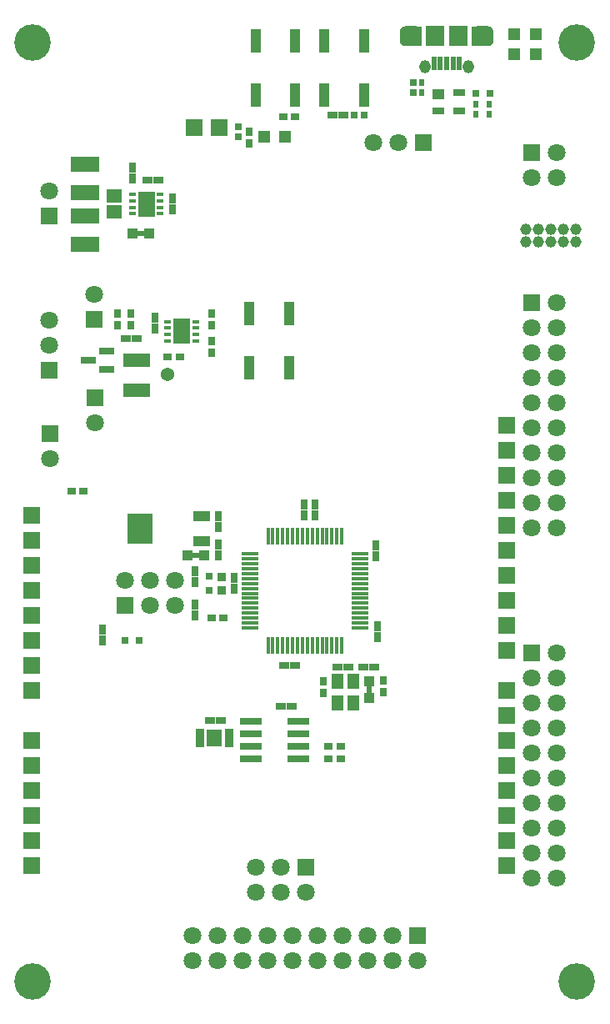
<source format=gts>
G04 Layer_Color=8388736*
%FSLAX43Y43*%
%MOMM*%
G71*
G01*
G75*
%ADD121R,0.510X0.900*%
%ADD122R,0.850X1.950*%
%ADD123R,0.900X0.510*%
%ADD124R,1.050X1.100*%
%ADD125R,0.500X1.450*%
%ADD126R,1.100X2.350*%
%ADD127C,1.370*%
%ADD128R,1.250X1.500*%
%ADD129R,1.700X1.100*%
%ADD130R,2.600X3.100*%
%ADD131R,1.550X1.750*%
%ADD132R,0.850X0.450*%
%ADD133R,0.775X0.450*%
%ADD134R,1.800X2.600*%
%ADD135O,0.400X1.750*%
%ADD136O,1.750X0.400*%
%ADD137R,2.300X0.700*%
%ADD138R,1.500X0.700*%
%ADD139R,1.300X1.300*%
%ADD140R,1.200X1.100*%
%ADD141R,1.200X0.700*%
%ADD142R,0.800X0.800*%
%ADD143R,2.900X1.500*%
%ADD144R,0.750X0.900*%
%ADD145R,2.800X1.350*%
%ADD146R,1.600X1.450*%
%ADD147R,1.000X0.700*%
%ADD148R,1.100X1.050*%
%ADD149R,0.700X1.000*%
%ADD150R,0.862X0.862*%
%ADD151R,0.900X0.750*%
%ADD152R,0.700X0.650*%
%ADD153R,0.650X0.700*%
%ADD154R,0.600X0.750*%
%ADD155R,1.300X1.300*%
%ADD156R,0.800X0.800*%
%ADD157R,1.900X2.000*%
G04:AMPARAMS|DCode=158|XSize=1.15mm|YSize=1.35mm|CornerRadius=0.575mm|HoleSize=0mm|Usage=FLASHONLY|Rotation=180.000|XOffset=0mm|YOffset=0mm|HoleType=Round|Shape=RoundedRectangle|*
%AMROUNDEDRECTD158*
21,1,1.150,0.200,0,0,180.0*
21,1,0.000,1.350,0,0,180.0*
1,1,1.150,0.000,0.100*
1,1,1.150,0.000,0.100*
1,1,1.150,0.000,-0.100*
1,1,1.150,0.000,-0.100*
%
%ADD158ROUNDEDRECTD158*%
G04:AMPARAMS|DCode=159|XSize=1.15mm|YSize=1.35mm|CornerRadius=0.575mm|HoleSize=0mm|Usage=FLASHONLY|Rotation=180.000|XOffset=0mm|YOffset=0mm|HoleType=Round|Shape=RoundedRectangle|*
%AMROUNDEDRECTD159*
21,1,1.150,0.200,0,0,180.0*
21,1,0.000,1.350,0,0,180.0*
1,1,1.150,0.000,0.100*
1,1,1.150,0.000,0.100*
1,1,1.150,0.000,-0.100*
1,1,1.150,0.000,-0.100*
%
%ADD159ROUNDEDRECTD159*%
G04:AMPARAMS|DCode=160|XSize=2.2mm|YSize=2mm|CornerRadius=0.544mm|HoleSize=0mm|Usage=FLASHONLY|Rotation=180.000|XOffset=0mm|YOffset=0mm|HoleType=Round|Shape=RoundedRectangle|*
%AMROUNDEDRECTD160*
21,1,2.200,0.912,0,0,180.0*
21,1,1.112,2.000,0,0,180.0*
1,1,1.088,-0.556,0.456*
1,1,1.088,0.556,0.456*
1,1,1.088,0.556,-0.456*
1,1,1.088,-0.556,-0.456*
%
%ADD160ROUNDEDRECTD160*%
%ADD161R,1.800X1.800*%
%ADD162R,1.800X1.800*%
%ADD163C,1.800*%
%ADD164C,1.800*%
%ADD165R,1.800X1.800*%
%ADD166C,1.150*%
%ADD167C,1.150*%
%ADD168R,1.800X1.800*%
%ADD169C,3.700*%
G36*
X-11398Y-675D02*
X-11396Y-675D01*
X-11348Y-679D01*
X-11347Y-679D01*
X-11345Y-679D01*
X-11292Y-686D01*
X-11289Y-687D01*
X-11285Y-688D01*
X-11232Y-703D01*
X-11230Y-703D01*
X-11228Y-704D01*
X-11185Y-720D01*
X-11183Y-721D01*
X-11181Y-722D01*
X-11139Y-742D01*
X-11137Y-743D01*
X-11134Y-745D01*
X-11090Y-773D01*
X-11088Y-774D01*
X-11087Y-775D01*
X-11049Y-804D01*
X-11047Y-805D01*
X-11046Y-806D01*
X-11007Y-840D01*
X-11004Y-843D01*
X-11001Y-846D01*
X-10972Y-882D01*
X-10971Y-883D01*
X-10971Y-884D01*
X-10943Y-921D01*
X-10941Y-923D01*
X-10940Y-926D01*
X-10916Y-967D01*
X-10915Y-969D01*
X-10914Y-970D01*
X-10894Y-1012D01*
X-10893Y-1014D01*
X-10892Y-1016D01*
X-10876Y-1058D01*
X-10875Y-1061D01*
X-10874Y-1064D01*
X-10862Y-1115D01*
X-10862Y-1117D01*
X-10861Y-1119D01*
X-10854Y-1164D01*
X-10854Y-1166D01*
X-10854Y-1168D01*
X-10850Y-1221D01*
X-10850Y-1223D01*
X-10850Y-1225D01*
Y-2125D01*
X-10850Y-2127D01*
X-10850Y-2129D01*
X-10854Y-2184D01*
X-10854Y-2186D01*
X-10855Y-2189D01*
X-10863Y-2234D01*
X-10863Y-2235D01*
X-10863Y-2237D01*
X-10875Y-2287D01*
X-10876Y-2290D01*
X-10877Y-2294D01*
X-10893Y-2334D01*
X-10906Y-2366D01*
X-10908Y-2370D01*
X-10910Y-2373D01*
X-10935Y-2416D01*
X-10936Y-2418D01*
X-10937Y-2420D01*
X-10963Y-2457D01*
X-10964Y-2458D01*
X-10965Y-2460D01*
X-10996Y-2498D01*
X-10999Y-2500D01*
X-11001Y-2503D01*
X-11046Y-2544D01*
X-11048Y-2546D01*
X-11050Y-2547D01*
X-11090Y-2577D01*
X-11092Y-2578D01*
X-11093Y-2579D01*
X-11139Y-2609D01*
X-11142Y-2610D01*
X-11145Y-2612D01*
X-11198Y-2636D01*
X-11201Y-2637D01*
X-11205Y-2638D01*
X-11292Y-2664D01*
X-11297Y-2665D01*
X-11301Y-2666D01*
X-11301Y-2666D01*
X-11301Y-2666D01*
X-11301D01*
X-11395Y-2675D01*
X-11398Y-2675D01*
X-11400Y-2675D01*
X-13000D01*
X-13010Y-2674D01*
X-13019Y-2671D01*
X-13028Y-2667D01*
X-13036Y-2661D01*
X-13042Y-2653D01*
X-13046Y-2644D01*
X-13049Y-2635D01*
X-13050Y-2625D01*
Y-725D01*
X-13049Y-715D01*
X-13046Y-706D01*
X-13042Y-697D01*
X-13036Y-689D01*
X-13028Y-683D01*
X-13019Y-679D01*
X-13010Y-676D01*
X-13000Y-675D01*
X-11400D01*
X-11398Y-675D01*
D02*
G37*
G36*
X-18190Y-676D02*
X-18181Y-679D01*
X-18172Y-683D01*
X-18164Y-689D01*
X-18158Y-697D01*
X-18154Y-706D01*
X-18151Y-715D01*
X-18150Y-725D01*
Y-2625D01*
X-18151Y-2635D01*
X-18154Y-2644D01*
X-18158Y-2653D01*
X-18164Y-2661D01*
X-18172Y-2667D01*
X-18181Y-2671D01*
X-18190Y-2674D01*
X-18200Y-2675D01*
X-19800D01*
X-19802Y-2675D01*
X-19804Y-2675D01*
X-19852Y-2671D01*
X-19853Y-2671D01*
X-19855Y-2671D01*
X-19908Y-2664D01*
X-19911Y-2663D01*
X-19915Y-2662D01*
X-19968Y-2647D01*
X-19970Y-2647D01*
X-19972Y-2646D01*
X-20015Y-2630D01*
X-20017Y-2629D01*
X-20019Y-2628D01*
X-20061Y-2608D01*
X-20063Y-2607D01*
X-20066Y-2605D01*
X-20110Y-2577D01*
X-20112Y-2576D01*
X-20113Y-2575D01*
X-20151Y-2546D01*
X-20153Y-2545D01*
X-20154Y-2544D01*
X-20193Y-2510D01*
X-20196Y-2507D01*
X-20199Y-2504D01*
X-20228Y-2468D01*
X-20229Y-2467D01*
X-20229Y-2466D01*
X-20257Y-2429D01*
X-20259Y-2427D01*
X-20260Y-2424D01*
X-20284Y-2383D01*
X-20285Y-2381D01*
X-20286Y-2380D01*
X-20306Y-2338D01*
X-20307Y-2336D01*
X-20308Y-2334D01*
X-20324Y-2292D01*
X-20325Y-2289D01*
X-20326Y-2286D01*
X-20338Y-2235D01*
X-20338Y-2233D01*
X-20339Y-2231D01*
X-20346Y-2186D01*
X-20346Y-2184D01*
X-20346Y-2182D01*
X-20350Y-2129D01*
X-20350Y-2127D01*
X-20350Y-2125D01*
Y-1225D01*
X-20350Y-1223D01*
X-20350Y-1221D01*
X-20346Y-1166D01*
X-20346Y-1164D01*
X-20345Y-1161D01*
X-20337Y-1116D01*
X-20337Y-1115D01*
X-20337Y-1113D01*
X-20325Y-1063D01*
X-20324Y-1060D01*
X-20323Y-1056D01*
X-20307Y-1016D01*
X-20294Y-984D01*
X-20292Y-980D01*
X-20290Y-977D01*
X-20265Y-934D01*
X-20264Y-932D01*
X-20263Y-930D01*
X-20237Y-893D01*
X-20236Y-892D01*
X-20235Y-890D01*
X-20204Y-852D01*
X-20201Y-850D01*
X-20199Y-847D01*
X-20154Y-806D01*
X-20152Y-804D01*
X-20150Y-803D01*
X-20110Y-773D01*
X-20108Y-772D01*
X-20107Y-771D01*
X-20061Y-742D01*
X-20058Y-740D01*
X-20055Y-738D01*
X-20002Y-714D01*
X-19999Y-713D01*
X-19995Y-712D01*
X-19908Y-686D01*
X-19903Y-685D01*
X-19899Y-684D01*
X-19899Y-684D01*
X-19899Y-684D01*
X-19899D01*
X-19805Y-675D01*
X-19802Y-675D01*
X-19800Y-675D01*
X-18200D01*
X-18190Y-676D01*
D02*
G37*
D121*
X-23505Y-68050D02*
D03*
D122*
X-40626Y-72925D02*
D03*
X-37726D02*
D03*
D123*
X-46675Y-21740D02*
D03*
X-41075Y-54370D02*
D03*
D124*
X-23500Y-68900D02*
D03*
Y-67200D02*
D03*
D125*
X-14300Y-4475D02*
D03*
X-14950D02*
D03*
X-15600D02*
D03*
X-16250D02*
D03*
X-16900D02*
D03*
D126*
X-35000Y-7650D02*
D03*
Y-2150D02*
D03*
X-31000D02*
D03*
Y-7650D02*
D03*
X-28000D02*
D03*
Y-2150D02*
D03*
X-24000D02*
D03*
Y-7650D02*
D03*
X-31625Y-29875D02*
D03*
Y-35375D02*
D03*
X-35625D02*
D03*
Y-29875D02*
D03*
D127*
X-43925Y-36045D02*
D03*
D128*
X-26700Y-67200D02*
D03*
Y-69400D02*
D03*
X-25100D02*
D03*
Y-67200D02*
D03*
D129*
X-40475Y-50375D02*
D03*
Y-52975D02*
D03*
D130*
X-46725Y-51675D02*
D03*
D131*
X-39175Y-72925D02*
D03*
D132*
X-40625Y-72175D02*
D03*
Y-72675D02*
D03*
Y-73175D02*
D03*
Y-73675D02*
D03*
X-37725D02*
D03*
Y-73175D02*
D03*
Y-72675D02*
D03*
Y-72175D02*
D03*
D133*
X-41100Y-32620D02*
D03*
Y-31970D02*
D03*
Y-31320D02*
D03*
Y-30670D02*
D03*
X-43924D02*
D03*
Y-31320D02*
D03*
Y-31970D02*
D03*
Y-32620D02*
D03*
X-44700Y-19720D02*
D03*
Y-19070D02*
D03*
Y-18420D02*
D03*
Y-17770D02*
D03*
X-47525D02*
D03*
Y-18420D02*
D03*
Y-19070D02*
D03*
Y-19720D02*
D03*
D134*
X-42512Y-31645D02*
D03*
X-46112Y-18745D02*
D03*
D135*
X-33750Y-52425D02*
D03*
X-33250D02*
D03*
X-32750D02*
D03*
X-32250D02*
D03*
X-31750D02*
D03*
X-31250D02*
D03*
X-30750D02*
D03*
X-30250D02*
D03*
X-29750D02*
D03*
X-29250D02*
D03*
X-28750D02*
D03*
X-28250D02*
D03*
X-27750D02*
D03*
X-27250D02*
D03*
X-26750D02*
D03*
X-26250D02*
D03*
Y-63575D02*
D03*
X-26750D02*
D03*
X-27250D02*
D03*
X-27750D02*
D03*
X-28250D02*
D03*
X-28750D02*
D03*
X-29250D02*
D03*
X-29750D02*
D03*
X-30250D02*
D03*
X-30750D02*
D03*
X-31250D02*
D03*
X-31750D02*
D03*
X-32250D02*
D03*
X-32750D02*
D03*
X-33250D02*
D03*
X-33750D02*
D03*
D136*
X-24425Y-54250D02*
D03*
Y-54750D02*
D03*
Y-55250D02*
D03*
Y-55750D02*
D03*
Y-56250D02*
D03*
Y-56750D02*
D03*
Y-57250D02*
D03*
Y-57750D02*
D03*
Y-58250D02*
D03*
Y-58750D02*
D03*
Y-59250D02*
D03*
Y-59750D02*
D03*
Y-60250D02*
D03*
Y-60750D02*
D03*
Y-61250D02*
D03*
Y-61750D02*
D03*
X-35575D02*
D03*
Y-61250D02*
D03*
Y-60750D02*
D03*
Y-60250D02*
D03*
Y-59750D02*
D03*
Y-59250D02*
D03*
Y-58750D02*
D03*
Y-58250D02*
D03*
Y-57750D02*
D03*
Y-57250D02*
D03*
Y-56750D02*
D03*
Y-56250D02*
D03*
Y-55750D02*
D03*
Y-55250D02*
D03*
Y-54750D02*
D03*
Y-54250D02*
D03*
D137*
X-30700Y-75080D02*
D03*
Y-73810D02*
D03*
Y-72540D02*
D03*
Y-71270D02*
D03*
X-35500Y-75080D02*
D03*
Y-73810D02*
D03*
Y-72540D02*
D03*
Y-71270D02*
D03*
D138*
X-50100Y-35520D02*
D03*
Y-33620D02*
D03*
X-52000Y-34570D02*
D03*
D139*
X-34150Y-11900D02*
D03*
X-32050D02*
D03*
D140*
X-16400Y-7600D02*
D03*
D141*
Y-9300D02*
D03*
X-14300D02*
D03*
Y-7400D02*
D03*
D142*
X-46850Y-63025D02*
D03*
X-48250D02*
D03*
X-11200Y-7500D02*
D03*
X-12600D02*
D03*
D143*
X-52375Y-14670D02*
D03*
Y-17570D02*
D03*
Y-19895D02*
D03*
Y-22795D02*
D03*
D144*
X-35700Y-11400D02*
D03*
Y-12600D02*
D03*
X-22000Y-67100D02*
D03*
Y-68300D02*
D03*
X-28100Y-67200D02*
D03*
Y-68400D02*
D03*
X-47675Y-31045D02*
D03*
Y-29845D02*
D03*
X-49050Y-29845D02*
D03*
Y-31045D02*
D03*
X-39500Y-33825D02*
D03*
Y-32625D02*
D03*
X-39475Y-31025D02*
D03*
Y-29825D02*
D03*
D145*
X-47050Y-34570D02*
D03*
Y-37620D02*
D03*
D146*
X-49400Y-19545D02*
D03*
Y-17895D02*
D03*
D147*
X-32475Y-69700D02*
D03*
X-31375D02*
D03*
X-32100Y-65600D02*
D03*
X-31000D02*
D03*
X-27225Y-9700D02*
D03*
X-26125D02*
D03*
X-25600Y-65700D02*
D03*
X-26700D02*
D03*
X-24100D02*
D03*
X-23000D02*
D03*
X-45975Y-16295D02*
D03*
X-44875D02*
D03*
X-48225Y-32400D02*
D03*
X-47125D02*
D03*
X-39675Y-71125D02*
D03*
X-38575D02*
D03*
D148*
X-47525Y-21745D02*
D03*
X-45825D02*
D03*
X-41925Y-54375D02*
D03*
X-40225D02*
D03*
D149*
X-41150Y-56000D02*
D03*
Y-57100D02*
D03*
X-41125Y-59425D02*
D03*
Y-60525D02*
D03*
X-38775Y-51475D02*
D03*
Y-50375D02*
D03*
Y-53275D02*
D03*
Y-54375D02*
D03*
X-22800Y-54450D02*
D03*
Y-53350D02*
D03*
X-22650Y-62725D02*
D03*
Y-61625D02*
D03*
X-30075Y-49225D02*
D03*
Y-50325D02*
D03*
X-28975Y-49225D02*
D03*
Y-50325D02*
D03*
X-37225Y-56700D02*
D03*
Y-57800D02*
D03*
X-43475Y-19270D02*
D03*
Y-18170D02*
D03*
X-47500Y-15045D02*
D03*
Y-16145D02*
D03*
X-45225Y-30270D02*
D03*
Y-31370D02*
D03*
X-50525Y-61900D02*
D03*
Y-63000D02*
D03*
D150*
X-38450Y-57973D02*
D03*
Y-56576D02*
D03*
D151*
X-27575Y-73775D02*
D03*
X-26375D02*
D03*
X-27575Y-75075D02*
D03*
X-26375D02*
D03*
X-43925Y-34270D02*
D03*
X-42725D02*
D03*
X-53700Y-47900D02*
D03*
X-52500D02*
D03*
X-32200Y-9900D02*
D03*
X-31000D02*
D03*
X-38250Y-60750D02*
D03*
X-39450D02*
D03*
D152*
X-23950Y-9700D02*
D03*
X-24950D02*
D03*
D153*
X-19000Y-7400D02*
D03*
Y-6400D02*
D03*
X-36800Y-10900D02*
D03*
Y-11900D02*
D03*
D154*
X-11300Y-9575D02*
D03*
Y-8625D02*
D03*
X-12600Y-9575D02*
D03*
Y-8625D02*
D03*
X-18100Y-6425D02*
D03*
Y-7375D02*
D03*
D155*
X-6500Y-1450D02*
D03*
Y-3550D02*
D03*
X-8750Y-1450D02*
D03*
Y-3550D02*
D03*
D156*
X-39700Y-56550D02*
D03*
Y-57950D02*
D03*
D157*
X-16750Y-1675D02*
D03*
X-14450D02*
D03*
D158*
X-13375Y-4800D02*
D03*
D159*
X-17825D02*
D03*
D160*
X-19250Y-1675D02*
D03*
X-11950D02*
D03*
D161*
X-57778Y-83340D02*
D03*
Y-85880D02*
D03*
Y-78260D02*
D03*
Y-80800D02*
D03*
Y-75720D02*
D03*
Y-73180D02*
D03*
X-9518Y-85880D02*
D03*
Y-83340D02*
D03*
Y-78260D02*
D03*
Y-80800D02*
D03*
Y-70640D02*
D03*
Y-68100D02*
D03*
Y-73180D02*
D03*
Y-75720D02*
D03*
Y-53876D02*
D03*
Y-46256D02*
D03*
Y-48796D02*
D03*
Y-58956D02*
D03*
Y-56416D02*
D03*
Y-61496D02*
D03*
Y-64036D02*
D03*
X-57778Y-50320D02*
D03*
Y-52860D02*
D03*
Y-57940D02*
D03*
Y-55400D02*
D03*
Y-65560D02*
D03*
Y-68100D02*
D03*
Y-63020D02*
D03*
Y-60480D02*
D03*
D162*
X-9518Y-51336D02*
D03*
Y-43716D02*
D03*
Y-41176D02*
D03*
X-55950Y-35570D02*
D03*
X-55925Y-42000D02*
D03*
X-6970Y-13490D02*
D03*
Y-64290D02*
D03*
Y-28730D02*
D03*
X-56000Y-19940D02*
D03*
X-51400Y-30470D02*
D03*
X-51300Y-38425D02*
D03*
D163*
X-55950Y-30490D02*
D03*
Y-33030D02*
D03*
X-55925Y-44540D02*
D03*
X-4430Y-13490D02*
D03*
Y-87150D02*
D03*
X-6970Y-76990D02*
D03*
X-4430D02*
D03*
Y-79530D02*
D03*
X-6970D02*
D03*
X-4430Y-82070D02*
D03*
Y-84610D02*
D03*
X-6970D02*
D03*
Y-87150D02*
D03*
X-4430Y-64290D02*
D03*
X-43160Y-59500D02*
D03*
Y-56960D02*
D03*
X-4430Y-51590D02*
D03*
X-6970Y-41430D02*
D03*
X-4430D02*
D03*
Y-43970D02*
D03*
X-6970D02*
D03*
Y-51590D02*
D03*
X-4430Y-28730D02*
D03*
X-18570Y-95570D02*
D03*
X-41430Y-93030D02*
D03*
X-38890D02*
D03*
Y-95570D02*
D03*
X-36350Y-93030D02*
D03*
Y-95570D02*
D03*
X-31270D02*
D03*
Y-93030D02*
D03*
X-41430Y-95570D02*
D03*
X-23065Y-12525D02*
D03*
X-20525D02*
D03*
X-51300Y-40965D02*
D03*
X-32429Y-86020D02*
D03*
X-34969Y-88560D02*
D03*
X-29889D02*
D03*
D164*
X-6970Y-16030D02*
D03*
X-4430D02*
D03*
X-6970Y-82070D02*
D03*
Y-74450D02*
D03*
Y-71910D02*
D03*
X-4430D02*
D03*
X-6970Y-69370D02*
D03*
X-4430D02*
D03*
X-6970Y-66830D02*
D03*
X-4430D02*
D03*
Y-74450D02*
D03*
X-45700Y-59500D02*
D03*
Y-56960D02*
D03*
X-48240D02*
D03*
X-4430Y-46510D02*
D03*
X-6970D02*
D03*
X-4430Y-49050D02*
D03*
X-6970D02*
D03*
Y-38890D02*
D03*
Y-36350D02*
D03*
X-4430D02*
D03*
X-6970Y-33810D02*
D03*
X-4430D02*
D03*
X-6970Y-31270D02*
D03*
X-4430D02*
D03*
Y-38890D02*
D03*
X-28730Y-95570D02*
D03*
X-21110D02*
D03*
Y-93030D02*
D03*
X-23650Y-95570D02*
D03*
Y-93030D02*
D03*
X-26190Y-95570D02*
D03*
Y-93030D02*
D03*
X-28730D02*
D03*
X-33810D02*
D03*
Y-95570D02*
D03*
X-56000Y-17400D02*
D03*
X-51400Y-27930D02*
D03*
X-34969Y-86020D02*
D03*
X-32429Y-88560D02*
D03*
D165*
X-38730Y-10950D02*
D03*
X-41270D02*
D03*
X-18570Y-93030D02*
D03*
X-29889Y-86020D02*
D03*
D166*
X-7530Y-21305D02*
D03*
X-4990Y-22575D02*
D03*
X-6260D02*
D03*
Y-21305D02*
D03*
X-4990D02*
D03*
X-3720D02*
D03*
X-2450D02*
D03*
D167*
X-7530Y-22575D02*
D03*
X-2450D02*
D03*
X-3720D02*
D03*
D168*
X-48240Y-59500D02*
D03*
X-17985Y-12525D02*
D03*
D169*
X-2350Y-2350D02*
D03*
X-57650D02*
D03*
X-2350Y-97650D02*
D03*
X-57650D02*
D03*
M02*

</source>
